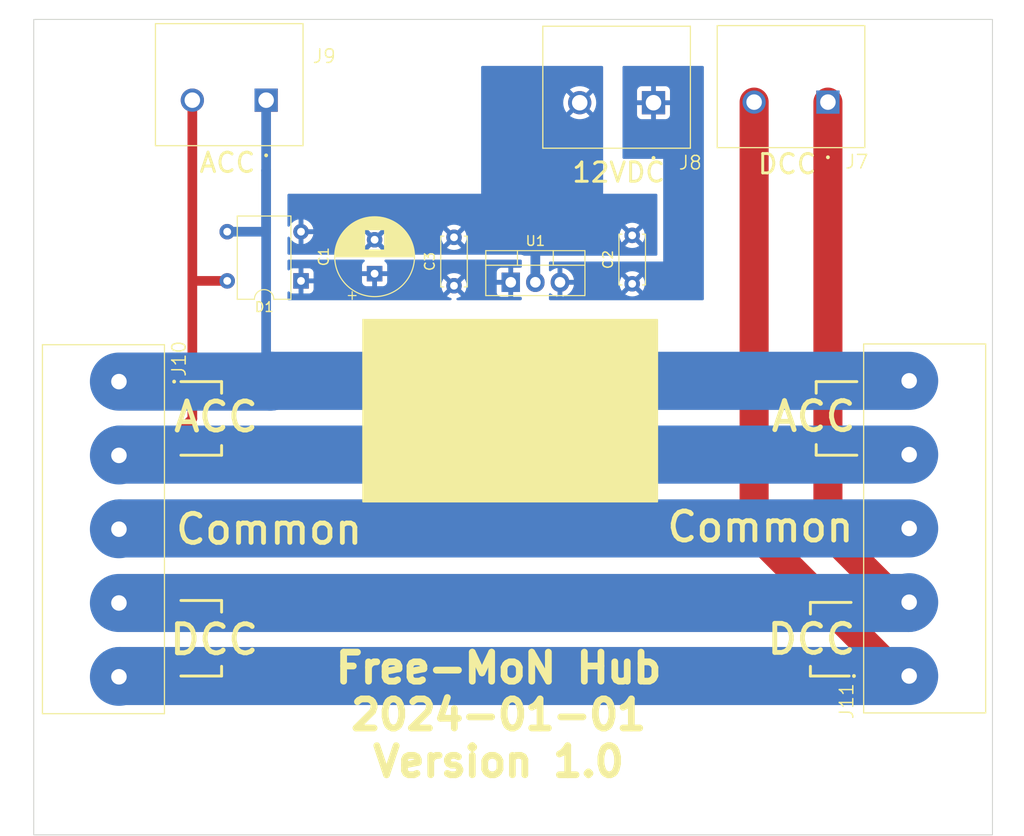
<source format=kicad_pcb>
(kicad_pcb (version 20221018) (generator pcbnew)
  (title_block (title "Free-MoN Wiring Hub") (date "2024-01-01") (rev "1.0"))
  (layers (0 "F.Cu" signal) (31 "B.Cu" signal) (34 "B.Paste" user) (35 "F.Paste" user) (36 "B.SilkS" user "B.Silkscreen") (37 "F.SilkS" user "F.Silkscreen") (38 "B.Mask" user) (39 "F.Mask" user) (44 "Edge.Cuts" user))
  (net 0 "")
  (net 1 "Net-(D1--)")
  (net 2 "Net-(D1-+)")
  (net 3 "Net-(J10-Pin_4)")
  (net 4 "Net-(J10-Pin_5)")
  (net 5 "Net-(J10-Pin_1)")
  (net 6 "Net-(J10-Pin_2)")
  (net 7 "Net-(J10-Pin_3)")
  (net 8 "Net-(J8-Pin_1)")
  (footprint "MountingHole:MountingHole_4.3mm_M4" (layer "F.Cu") (at 106 56)
    (fp_text reference "REF**" hide)
    (fp_text value "MountingHole_4.3mm_M4")
    (pad "" np_thru_hole circle (at 0 0) (size 4.3 4.3) (drill 4.3) (layers "*.Cu" "*.Mask"))
  )
  (footprint "Capacitor_THT:C_Disc_D5.0mm_W2.5mm_P5.00mm" (layer "F.Cu") (at 143.4 77.3 90)
    (fp_text reference "C3" (at 2.5 -2.5 90) (layer "F.SilkS"))
    (fp_text value ".33uF")
    (fp_line (start -0.12 -1.37) (end -0.12 -1.055) (stroke (width 0.12)) (layer "F.SilkS"))
    (fp_line (start -0.12 -1.37) (end 5.12 -1.37) (stroke (width 0.12)) (layer "F.SilkS"))
    (fp_line (start -0.12 1.055) (end -0.12 1.37) (stroke (width 0.12)) (layer "F.SilkS"))
    (fp_line (start -0.12 1.37) (end 5.12 1.37) (stroke (width 0.12)) (layer "F.SilkS"))
    (fp_line (start 5.12 -1.37) (end 5.12 -1.055) (stroke (width 0.12)) (layer "F.SilkS"))
    (fp_line (start 5.12 1.055) (end 5.12 1.37) (stroke (width 0.12)) (layer "F.SilkS"))
    (pad "1" thru_hole circle (at 0 0 90) (size 1.6 1.6) (drill 0.8) (layers "*.Cu" "*.Mask") (net 2 "Net-(D1-+)"))
    (pad "2" thru_hole circle (at 5 0 90) (size 1.6 1.6) (drill 0.8) (layers "*.Cu" "*.Mask") (net 1 "Net-(D1--)"))
  )
  (footprint "Imports:CUI_TB005-762-02BE" (layer "F.Cu") (at 164 58.4 180)
    (fp_text reference "J8" (at -3.8 -6.2) (layer "F.SilkS") (effects (font (size 1.4 1.4))))
    (fp_text value "Screw_Terminal_01x02")
    (fp_text user "${Label}" (at 3.6 -7.2) (layer "F.SilkS") (effects (font (size 2 2) (thickness 0.3))))
    (fp_line (start -3.81 -4.7) (end 11.43 -4.7) (stroke (width 0.127)) (layer "F.SilkS"))
    (fp_line (start -3.81 7.9) (end -3.81 -4.7) (stroke (width 0.127)) (layer "F.SilkS"))
    (fp_line (start 11.43 -4.7) (end 11.43 7.9) (stroke (width 0.127)) (layer "F.SilkS"))
    (fp_line (start 11.43 7.9) (end -3.81 7.9) (stroke (width 0.127)) (layer "F.SilkS"))
    (fp_circle (center 0 -5.7) (end 0.1 -5.7) (stroke (width 0.2)) (fill none) (layer "F.SilkS"))
    (pad "1" thru_hole rect (at 0 0 180) (size 2.4 2.4) (drill 1.6) (layers "*.Cu" "*.Mask") (net 8 "Net-(J8-Pin_1)"))
    (pad "2" thru_hole circle (at 7.62 0 180) (size 2.4 2.4) (drill 1.6) (layers "*.Cu" "*.Mask") (net 1 "Net-(D1--)"))
  )
  (footprint "Imports:CUI_TB005-762-02BE" (layer "F.Cu") (at 124 58.1375 180)
    (fp_text reference "J9" (at -6 4.5375) (layer "F.SilkS") (effects (font (size 1.4 1.4))))
    (fp_text value "Screw_Terminal_01x02")
    (fp_text user "${Label}" (at 4 -6.4625) (layer "F.SilkS") (effects (font (size 2 2) (thickness 0.3))))
    (fp_line (start -3.81 -4.7) (end 11.43 -4.7) (stroke (width 0.127)) (layer "F.SilkS"))
    (fp_line (start -3.81 7.9) (end -3.81 -4.7) (stroke (width 0.127)) (layer "F.SilkS"))
    (fp_line (start 11.43 -4.7) (end 11.43 7.9) (stroke (width 0.127)) (layer "F.SilkS"))
    (fp_line (start 11.43 7.9) (end -3.81 7.9) (stroke (width 0.127)) (layer "F.SilkS"))
    (fp_circle (center 0 -5.7) (end 0.1 -5.7) (stroke (width 0.2)) (fill none) (layer "F.SilkS"))
    (pad "1" thru_hole rect (at 0 0 180) (size 2.4 2.4) (drill 1.6) (layers "*.Cu" "*.Mask") (net 5 "Net-(J10-Pin_1)"))
    (pad "2" thru_hole circle (at 7.62 0 180) (size 2.4 2.4) (drill 1.6) (layers "*.Cu" "*.Mask") (net 6 "Net-(J10-Pin_2)"))
  )
  (footprint "Imports:CUI_TB005-762-05BE" (layer "F.Cu") (at 190.4 117.6 90)
    (fp_text reference "J11" (at -2.6 -6.4625 90) (layer "F.SilkS") (effects (font (size 1.4 1.4))))
    (fp_text value "Screw_Terminal_01x05")
    (fp_text user "ACC" (at 26.8 -5.2625 unlocked) (layer "F.SilkS") (effects (font (size 3 3) (thickness 0.5)) (justify right)))
    (fp_text user "DCC" (at 3.8 -5.2625 unlocked) (layer "F.SilkS") (effects (font (size 3 3) (thickness 0.5)) (justify right)))
    (fp_text user "Common" (at 15.4 -5.4625 unlocked) (layer "F.SilkS") (effects (font (size 3 3) (thickness 0.5)) (justify right)))
    (fp_line (start -3.81 -4.7) (end 34.29 -4.7) (stroke (width 0.127)) (layer "F.SilkS"))
    (fp_line (start -3.81 7.9) (end -3.81 -4.7) (stroke (width 0.127)) (layer "F.SilkS"))
    (fp_line (start 34.29 -4.7) (end 34.29 7.9) (stroke (width 0.127)) (layer "F.SilkS"))
    (fp_line (start 34.29 7.9) (end -3.81 7.9) (stroke (width 0.127)) (layer "F.SilkS"))
    (fp_circle (center 0 -5.7) (end 0.1 -5.7) (stroke (width 0.2)) (fill none) (layer "F.SilkS"))
    (pad "1" thru_hole rect (at 0 0 90) (size 2.4 2.4) (drill 1.6) (layers "*.Cu" "*.Mask") (net 4 "Net-(J10-Pin_5)"))
    (pad "2" thru_hole circle (at 7.62 0 90) (size 2.4 2.4) (drill 1.6) (layers "*.Cu" "*.Mask") (net 3 "Net-(J10-Pin_4)"))
    (pad "3" thru_hole circle (at 15.24 0 90) (size 2.4 2.4) (drill 1.6) (layers "*.Cu" "*.Mask") (net 7 "Net-(J10-Pin_3)"))
    (pad "4" thru_hole circle (at 22.86 0 90) (size 2.4 2.4) (drill 1.6) (layers "*.Cu" "*.Mask") (net 6 "Net-(J10-Pin_2)"))
    (pad "5" thru_hole circle (at 30.48 0 90) (size 2.4 2.4) (drill 1.6) (layers "*.Cu" "*.Mask") (net 5 "Net-(J10-Pin_1)"))
  )
  (footprint "Package_TO_SOT_THT:TO-220-3_Vertical" (layer "F.Cu") (at 149.26 76.945)
    (fp_text reference "U1" (at 2.54 -4.27) (layer "F.SilkS"))
    (fp_text value "L7812")
    (fp_line (start -2.58 -3.27) (end -2.58 1.371) (stroke (width 0.12)) (layer "F.SilkS"))
    (fp_line (start -2.58 -3.27) (end 7.66 -3.27) (stroke (width 0.12)) (layer "F.SilkS"))
    (fp_line (start -2.58 -1.76) (end 7.66 -1.76) (stroke (width 0.12)) (layer "F.SilkS"))
    (fp_line (start -2.58 1.371) (end 7.66 1.371) (stroke (width 0.12)) (layer "F.SilkS"))
    (fp_line (start 0.69 -3.27) (end 0.69 -1.76) (stroke (width 0.12)) (layer "F.SilkS"))
    (fp_line (start 4.391 -3.27) (end 4.391 -1.76) (stroke (width 0.12)) (layer "F.SilkS"))
    (fp_line (start 7.66 -3.27) (end 7.66 1.371) (stroke (width 0.12)) (layer "F.SilkS"))
    (pad "1" thru_hole rect (at 0 0) (size 1.905 2) (drill 1.1) (layers "*.Cu" "*.Mask") (net 2 "Net-(D1-+)"))
    (pad "2" thru_hole oval (at 2.54 0) (size 1.905 2) (drill 1.1) (layers "*.Cu" "*.Mask") (net 1 "Net-(D1--)"))
    (pad "3" thru_hole oval (at 5.08 0) (size 1.905 2) (drill 1.1) (layers "*.Cu" "*.Mask") (net 8 "Net-(J8-Pin_1)"))
  )
  (footprint "Capacitor_THT:CP_Radial_D8.0mm_P3.50mm" (layer "F.Cu") (at 135.2 76.052651 90)
    (fp_text reference "C1" (at 1.75 -5.25 90) (layer "F.SilkS"))
    (fp_text value "100uF")
    (fp_line (start -2.659698 -2.315) (end -1.859698 -2.315) (stroke (width 0.12)) (layer "F.SilkS"))
    (fp_line (start -2.259698 -2.715) (end -2.259698 -1.915) (stroke (width 0.12)) (layer "F.SilkS"))
    (fp_line (start 1.75 -4.08) (end 1.75 4.08) (stroke (width 0.12)) (layer "F.SilkS"))
    (fp_line (start 1.79 -4.08) (end 1.79 4.08) (stroke (width 0.12)) (layer "F.SilkS"))
    (fp_line (start 1.83 -4.08) (end 1.83 4.08) (stroke (width 0.12)) (layer "F.SilkS"))
    (fp_line (start 1.87 -4.079) (end 1.87 4.079) (stroke (width 0.12)) (layer "F.SilkS"))
    (fp_line (start 1.91 -4.077) (end 1.91 4.077) (stroke (width 0.12)) (layer "F.SilkS"))
    (fp_line (start 1.95 -4.076) (end 1.95 4.076) (stroke (width 0.12)) (layer "F.SilkS"))
    (fp_line (start 1.99 -4.074) (end 1.99 4.074) (stroke (width 0.12)) (layer "F.SilkS"))
    (fp_line (start 2.03 -4.071) (end 2.03 4.071) (stroke (width 0.12)) (layer "F.SilkS"))
    (fp_line (start 2.07 -4.068) (end 2.07 4.068) (stroke (width 0.12)) (layer "F.SilkS"))
    (fp_line (start 2.11 -4.065) (end 2.11 4.065) (stroke (width 0.12)) (layer "F.SilkS"))
    (fp_line (start 2.15 -4.061) (end 2.15 4.061) (stroke (width 0.12)) (layer "F.SilkS"))
    (fp_line (start 2.19 -4.057) (end 2.19 4.057) (stroke (width 0.12)) (layer "F.SilkS"))
    (fp_line (start 2.23 -4.052) (end 2.23 4.052) (stroke (width 0.12)) (layer "F.SilkS"))
    (fp_line (start 2.27 -4.048) (end 2.27 4.048) (stroke (width 0.12)) (layer "F.SilkS"))
    (fp_line (start 2.31 -4.042) (end 2.31 4.042) (stroke (width 0.12)) (layer "F.SilkS"))
    (fp_line (start 2.35 -4.037) (end 2.35 4.037) (stroke (width 0.12)) (layer "F.SilkS"))
    (fp_line (start 2.39 -4.03) (end 2.39 4.03) (stroke (width 0.12)) (layer "F.SilkS"))
    (fp_line (start 2.43 -4.024) (end 2.43 4.024) (stroke (width 0.12)) (layer "F.SilkS"))
    (fp_line (start 2.471 -4.017) (end 2.471 -1.04) (stroke (width 0.12)) (layer "F.SilkS"))
    (fp_line (start 2.471 1.04) (end 2.471 4.017) (stroke (width 0.12)) (layer "F.SilkS"))
    (fp_line (start 2.511 -4.01) (end 2.511 -1.04) (stroke (width 0.12)) (layer "F.SilkS"))
    (fp_line (start 2.511 1.04) (end 2.511 4.01) (stroke (width 0.12)) (layer "F.SilkS"))
    (fp_line (start 2.551 -4.002) (end 2.551 -1.04) (stroke (width 0.12)) (layer "F.SilkS"))
    (fp_line (start 2.551 1.04) (end 2.551 4.002) (stroke (width 0.12)) (layer "F.SilkS"))
    (fp_line (start 2.591 -3.994) (end 2.591 -1.04) (stroke (width 0.12)) (layer "F.SilkS"))
    (fp_line (start 2.591 1.04) (end 2.591 3.994) (stroke (width 0.12)) (layer "F.SilkS"))
    (fp_line (start 2.631 -3.985) (end 2.631 -1.04) (stroke (width 0.12)) (layer "F.SilkS"))
    (fp_line (start 2.631 1.04) (end 2.631 3.985) (stroke (width 0.12)) (layer "F.SilkS"))
    (fp_line (start 2.671 -3.976) (end 2.671 -1.04) (stroke (width 0.12)) (layer "F.SilkS"))
    (fp_line (start 2.671 1.04) (end 2.671 3.976) (stroke (width 0.12)) (layer "F.SilkS"))
    (fp_line (start 2.711 -3.967) (end 2.711 -1.04) (stroke (width 0.12)) (layer "F.SilkS"))
    (fp_line (start 2.711 1.04) (end 2.711 3.967) (stroke (width 0.12)) (layer "F.SilkS"))
    (fp_line (start 2.751 -3.957) (end 2.751 -1.04) (stroke (width 0.12)) (layer "F.SilkS"))
    (fp_line (start 2.751 1.04) (end 2.751 3.957) (stroke (width 0.12)) (layer "F.SilkS"))
    (fp_line (start 2.791 -3.947) (end 2.791 -1.04) (stroke (width 0.12)) (layer "F.SilkS"))
    (fp_line (start 2.791 1.04) (end 2.791 3.947) (stroke (width 0.12)) (layer "F.SilkS"))
    (fp_line (start 2.831 -3.936) (end 2.831 -1.04) (stroke (width 0.12)) (layer "F.SilkS"))
    (fp_line (start 2.831 1.04) (end 2.831 3.936) (stroke (width 0.12)) (layer "F.SilkS"))
    (fp_line (start 2.871 -3.925) (end 2.871 -1.04) (stroke (width 0.12)) (layer "F.SilkS"))
    (fp_line (start 2.871 1.04) (end 2.871 3.925) (stroke (width 0.12)) (layer "F.SilkS"))
    (fp_line (start 2.911 -3.914) (end 2.911 -1.04) (stroke (width 0.12)) (layer "F.SilkS"))
    (fp_line (start 2.911 1.04) (end 2.911 3.914) (stroke (width 0.12)) (layer "F.SilkS"))
    (fp_line (start 2.951 -3.902) (end 2.951 -1.04) (stroke (width 0.12)) (layer "F.SilkS"))
    (fp_line (start 2.951 1.04) (end 2.951 3.902) (stroke (width 0.12)) (layer "F.SilkS"))
    (fp_line (start 2.991 -3.889) (end 2.991 -1.04) (stroke (width 0.12)) (layer "F.SilkS"))
    (fp_line (start 2.991 1.04) (end 2.991 3.889) (stroke (width 0.12)) (layer "F.SilkS"))
    (fp_line (start 3.031 -3.877) (end 3.031 -1.04) (stroke (width 0.12)) (layer "F.SilkS"))
    (fp_line (start 3.031 1.04) (end 3.031 3.877) (stroke (width 0.12)) (layer "F.SilkS"))
    (fp_line (start 3.071 -3.863) (end 3.071 -1.04) (stroke (width 0.12)) (layer "F.SilkS"))
    (fp_line (start 3.071 1.04) (end 3.071 3.863) (stroke (width 0.12)) (layer "F.SilkS"))
    (fp_line (start 3.111 -3.85) (end 3.111 -1.04) (stroke (width 0.12)) (layer "F.SilkS"))
    (fp_line (start 3.111 1.04) (end 3.111 3.85) (stroke (width 0.12)) (layer "F.SilkS"))
    (fp_line (start 3.151 -3.835) (end 3.151 -1.04) (stroke (width 0.12)) (layer "F.SilkS"))
    (fp_line (start 3.151 1.04) (end 3.151 3.835) (stroke (width 0.12)) (layer "F.SilkS"))
    (fp_line (start 3.191 -3.821) (end 3.191 -1.04) (stroke (width 0.12)) (layer "F.SilkS"))
    (fp_line (start 3.191 1.04) (end 3.191 3.821) (stroke (width 0.12)) (layer "F.SilkS"))
    (fp_line (start 3.231 -3.805) (end 3.231 -1.04) (stroke (width 0.12)) (layer "F.SilkS"))
    (fp_line (start 3.231 1.04) (end 3.231 3.805) (stroke (width 0.12)) (layer "F.SilkS"))
    (fp_line (start 3.271 -3.79) (end 3.271 -1.04) (stroke (width 0.12)) (layer "F.SilkS"))
    (fp_line (start 3.271 1.04) (end 3.271 3.79) (stroke (width 0.12)) (layer "F.SilkS"))
    (fp_line (start 3.311 -3.774) (end 3.311 -1.04) (stroke (width 0.12)) (layer "F.SilkS"))
    (fp_line (start 3.311 1.04) (end 3.311 3.774) (stroke (width 0.12)) (layer "F.SilkS"))
    (fp_line (start 3.351 -3.757) (end 3.351 -1.04) (stroke (width 0.12)) (layer "F.SilkS"))
    (fp_line (start 3.351 1.04) (end 3.351 3.757) (stroke (width 0.12)) (layer "F.SilkS"))
    (fp_line (start 3.391 -3.74) (end 3.391 -1.04) (stroke (width 0.12)) (layer "F.SilkS"))
    (fp_line (start 3.391 1.04) (end 3.391 3.74) (stroke (width 0.12)) (layer "F.SilkS"))
    (fp_line (start 3.431 -3.722) (end 3.431 -1.04) (stroke (width 0.12)) (layer "F.SilkS"))
    (fp_line (start 3.431 1.04) (end 3.431 3.722) (stroke (width 0.12)) (layer "F.SilkS"))
    (fp_line (start 3.471 -3.704) (end 3.471 -1.04) (stroke (width 0.12)) (layer "F.SilkS"))
    (fp_line (start 3.471 1.04) (end 3.471 3.704) (stroke (width 0.12)) (layer "F.SilkS"))
    (fp_line (start 3.511 -3.686) (end 3.511 -1.04) (stroke (width 0.12)) (layer "F.SilkS"))
    (fp_line (start 3.511 1.04) (end 3.511 3.686) (stroke (width 0.12)) (layer "F.SilkS"))
    (fp_line (start 3.551 -3.666) (end 3.551 -1.04) (stroke (width 0.12)) (layer "F.SilkS"))
    (fp_line (start 3.551 1.04) (end 3.551 3.666) (stroke (width 0.12)) (layer "F.SilkS"))
    (fp_line (start 3.591 -3.647) (end 3.591 -1.04) (stroke (width 0.12)) (layer "F.SilkS"))
    (fp_line (start 3.591 1.04) (end 3.591 3.647) (stroke (width 0.12)) (layer "F.SilkS"))
    (fp_line (start 3.631 -3.627) (end 3.631 -1.04) (stroke (width 0.12)) (layer "F.SilkS"))
    (fp_line (start 3.631 1.04) (end 3.631 3.627) (stroke (width 0.12)) (layer "F.SilkS"))
    (fp_line (start 3.671 -3.606) (end 3.671 -1.04) (stroke (width 0.12)) (layer "F.SilkS"))
    (fp_line (start 3.671 1.04) (end 3.671 3.606) (stroke (width 0.12)) (layer "F.SilkS"))
    (fp_line (start 3.711 -3.584) (end 3.711 -1.04) (stroke (width 0.12)) (layer "F.SilkS"))
    (fp_line (start 3.711 1.04) (end 3.711 3.584) (stroke (width 0.12)) (layer "F.SilkS"))
    (fp_line (start 3.751 -3.562) (end 3.751 -1.04) (stroke (width 0.12)) (layer "F.SilkS"))
    (fp_line (start 3.751 1.04) (end 3.751 3.562) (stroke (width 0.12)) (layer "F.SilkS"))
    (fp_line (start 3.791 -3.54) (end 3.791 -1.04) (stroke (width 0.12)) (layer "F.SilkS"))
    (fp_line (start 3.791 1.04) (end 3.791 3.54) (stroke (width 0.12)) (layer "F.SilkS"))
    (fp_line (start 3.831 -3.517) (end 3.831 -1.04) (stroke (width 0.12)) (layer "F.SilkS"))
    (fp_line (start 3.831 1.04) (end 3.831 3.517) (stroke (width 0.12)) (layer "F.SilkS"))
    (fp_line (start 3.871 -3.493) (end 3.871 -1.04) (stroke (width 0.12)) (layer "F.SilkS"))
    (fp_line (start 3.871 1.04) (end 3.871 3.493) (stroke (width 0.12)) (layer "F.SilkS"))
    (fp_line (start 3.911 -3.469) (end 3.911 -1.04) (stroke (width 0.12)) (layer "F.SilkS"))
    (fp_line (start 3.911 1.04) (end 3.911 3.469) (stroke (width 0.12)) (layer "F.SilkS"))
    (fp_line (start 3.951 -3.444) (end 3.951 -1.04) (stroke (width 0.12)) (layer "F.SilkS"))
    (fp_line (start 3.951 1.04) (end 3.951 3.444) (stroke (width 0.12)) (layer "F.SilkS"))
    (fp_line (start 3.991 -3.418) (end 3.991 -1.04) (stroke (width 0.12)) (layer "F.SilkS"))
    (fp_line (start 3.991 1.04) (end 3.991 3.418) (stroke (width 0.12)) (layer "F.SilkS"))
    (fp_line (start 4.031 -3.392) (end 4.031 -1.04) (stroke (width 0.12)) (layer "F.SilkS"))
    (fp_line (start 4.031 1.04) (end 4.031 3.392) (stroke (width 0.12)) (layer "F.SilkS"))
    (fp_line (start 4.071 -3.365) (end 4.071 -1.04) (stroke (width 0.12)) (layer "F.SilkS"))
    (fp_line (start 4.071 1.04) (end 4.071 3.365) (stroke (width 0.12)) (layer "F.SilkS"))
    (fp_line (start 4.111 -3.338) (end 4.111 -1.04) (stroke (width 0.12)) (layer "F.SilkS"))
    (fp_line (start 4.111 1.04) (end 4.111 3.338) (stroke (width 0.12)) (layer "F.SilkS"))
    (fp_line (start 4.151 -3.309) (end 4.151 -1.04) (stroke (width 0.12)) (layer "F.SilkS"))
    (fp_line (start 4.151 1.04) (end 4.151 3.309) (stroke (width 0.12)) (layer "F.SilkS"))
    (fp_line (start 4.191 -3.28) (end 4.191 -1.04) (stroke (width 0.12)) (layer "F.SilkS"))
    (fp_line (start 4.191 1.04) (end 4.191 3.28) (stroke (width 0.12)) (layer "F.SilkS"))
    (fp_line (start 4.231 -3.25) (end 4.231 -1.04) (stroke (width 0.12)) (layer "F.SilkS"))
    (fp_line (start 4.231 1.04) (end 4.231 3.25) (stroke (width 0.12)) (layer "F.SilkS"))
    (fp_line (start 4.271 -3.22) (end 4.271 -1.04) (stroke (width 0.12)) (layer "F.SilkS"))
    (fp_line (start 4.271 1.04) (end 4.271 3.22) (stroke (width 0.12)) (layer "F.SilkS"))
    (fp_line (start 4.311 -3.189) (end 4.311 -1.04) (stroke (width 0.12)) (layer "F.SilkS"))
    (fp_line (start 4.311 1.04) (end 4.311 3.189) (stroke (width 0.12)) (layer "F.SilkS"))
    (fp_line (start 4.351 -3.156) (end 4.351 -1.04) (stroke (width 0.12)) (layer "F.SilkS"))
    (fp_line (start 4.351 1.04) (end 4.351 3.156) (stroke (width 0.12)) (layer "F.SilkS"))
    (fp_line (start 4.391 -3.124) (end 4.391 -1.04) (stroke (width 0.12)) (layer "F.SilkS"))
    (fp_line (start 4.391 1.04) (end 4.391 3.124) (stroke (width 0.12)) (layer "F.SilkS"))
    (fp_line (start 4.431 -3.09) (end 4.431 -1.04) (stroke (width 0.12)) (layer "F.SilkS"))
    (fp_line (start 4.431 1.04) (end 4.431 3.09) (stroke (width 0.12)) (layer "F.SilkS"))
    (fp_line (start 4.471 -3.055) (end 4.471 -1.04) (stroke (width 0.12)) (layer "F.SilkS"))
    (fp_line (start 4.471 1.04) (end 4.471 3.055) (stroke (width 0.12)) (layer "F.SilkS"))
    (fp_line (start 4.511 -3.019) (end 4.511 -1.04) (stroke (width 0.12)) (layer "F.SilkS"))
    (fp_line (start 4.511 1.04) (end 4.511 3.019) (stroke (width 0.12)) (layer "F.SilkS"))
    (fp_line (start 4.551 -2.983) (end 4.551 2.983) (stroke (width 0.12)) (layer "F.SilkS"))
    (fp_line (start 4.591 -2.945) (end 4.591 2.945) (stroke (width 0.12)) (layer "F.SilkS"))
    (fp_line (start 4.631 -2.907) (end 4.631 2.907) (stroke (width 0.12)) (layer "F.SilkS"))
    (fp_line (start 4.671 -2.867) (end 4.671 2.867) (stroke (width 0.12)) (layer "F.SilkS"))
    (fp_line (start 4.711 -2.826) (end 4.711 2.826) (stroke (width 0.12)) (layer "F.SilkS"))
    (fp_line (start 4.751 -2.784) (end 4.751 2.784) (stroke (width 0.12)) (layer "F.SilkS"))
    (fp_line (start 4.791 -2.741) (end 4.791 2.741) (stroke (width 0.12)) (layer "F.SilkS"))
    (fp_line (start 4.831 -2.697) (end 4.831 2.697) (stroke (width 0.12)) (layer "F.SilkS"))
    (fp_line (start 4.871 -2.651) (end 4.871 2.651) (stroke (width 0.12)) (layer "F.SilkS"))
    (fp_line (start 4.911 -2.604) (end 4.911 2.604) (stroke (width 0.12)) (layer "F.SilkS"))
    (fp_line (start 4.951 -2.556) (end 4.951 2.556) (stroke (width 0.12)) (layer "F.SilkS"))
    (fp_line (start 4.991 -2.505) (end 4.991 2.505) (stroke (width 0.12)) (layer "F.SilkS"))
    (fp_line (start 5.031 -2.454) (end 5.031 2.454) (stroke (width 0.12)) (layer "F.SilkS"))
    (fp_line (start 5.071 -2.4) (end 5.071 2.4) (stroke (width 0.12)) (layer "F.SilkS"))
    (fp_line (start 5.111 -2.345) (end 5.111 2.345) (stroke (width 0.12)) (layer "F.SilkS"))
    (fp_line (start 5.151 -2.287) (end 5.151 2.287) (stroke (width 0.12)) (layer "F.SilkS"))
    (fp_line (start 5.191 -2.228) (end 5.191 2.228) (stroke (width 0.12)) (layer "F.SilkS"))
    (fp_line (start 5.231 -2.166) (end 5.231 2.166) (stroke (width 0.12)) (layer "F.SilkS"))
    (fp_line (start 5.271 -2.102) (end 5.271 2.102) (stroke (width 0.12)) (layer "F.SilkS"))
    (fp_line (start 5.311 -2.034) (end 5.311 2.034) (stroke (width 0.12)) (layer "F.SilkS"))
    (fp_line (start 5.351 -1.964) (end 5.351 1.964) (stroke (width 0.12)) (layer "F.SilkS"))
    (fp_line (start 5.391 -1.89) (end 5.391 1.89) (stroke (width 0.12)) (layer "F.SilkS"))
    (fp_line (start 5.431 -1.813) (end 5.431 1.813) (stroke (width 0.12)) (layer "F.SilkS"))
    (fp_line (start 5.471 -1.731) (end 5.471 1.731) (stroke (width 0.12)) (layer "F.SilkS"))
    (fp_line (start 5.511 -1.645) (end 5.511 1.645) (stroke (width 0.12)) (layer "F.SilkS"))
    (fp_line (start 5.551 -1.552) (end 5.551 1.552) (stroke (width 0.12)) (layer "F.SilkS"))
    (fp_line (start 5.591 -1.453) (end 5.591 1.453) (stroke (width 0.12)) (layer "F.SilkS"))
    (fp_line (start 5.631 -1.346) (end 5.631 1.346) (stroke (width 0.12)) (layer "F.SilkS"))
    (fp_line (start 5.671 -1.229) (end 5.671 1.229) (stroke (width 0.12)) (layer "F.SilkS"))
    (fp_line (start 5.711 -1.098) (end 5.711 1.098) (stroke (width 0.12)) (layer "F.SilkS"))
    (fp_line (start 5.751 -0.948) (end 5.751 0.948) (stroke (width 0.12)) (layer "F.SilkS"))
    (fp_line (start 5.791 -0.768) (end 5.791 0.768) (stroke (width 0.12)) (layer "F.SilkS"))
    (fp_line (start 5.831 -0.533) (end 5.831 0.533) (stroke (width 0.12)) (layer "F.SilkS"))
    (fp_circle (center 1.75 0) (end 5.87 0) (stroke (width 0.12)) (fill none) (layer "F.SilkS"))
    (pad "1" thru_hole rect (at 0 0 90) (size 1.6 1.6) (drill 0.8) (layers "*.Cu" "*.Mask") (net 2 "Net-(D1-+)"))
    (pad "2" thru_hole circle (at 3.5 0 90) (size 1.6 1.6) (drill 0.8) (layers "*.Cu" "*.Mask") (net 1 "Net-(D1--)"))
  )
  (footprint "MountingHole:MountingHole_4.3mm_M4" (layer "F.Cu") (at 106 128)
    (fp_text reference "REF**" hide)
    (fp_text value "MountingHole_4.3mm_M4")
    (pad "" np_thru_hole circle (at 0 0) (size 4.3 4.3) (drill 4.3) (layers "*.Cu" "*.Mask"))
  )
  (footprint "MountingHole:MountingHole_4.3mm_M4" (layer "F.Cu") (at 192.8 56)
    (fp_text reference "REF**" hide)
    (fp_text value "MountingHole_4.3mm_M4")
    (pad "" np_thru_hole circle (at 0 0) (size 4.3 4.3) (drill 4.3) (layers "*.Cu" "*.Mask"))
  )
  (footprint "Diode_THT:Diode_Bridge_DIP-4_W7.62mm_P5.08mm" (layer "F.Cu") (at 127.6 76.8 180)
    (fp_text reference "D1" (at 3.8 -2.7 180) (layer "F.SilkS"))
    (fp_text value "DF02M")
    (fp_line (start 1.04 -1.9) (end 1.04 6.7) (stroke (width 0.12)) (layer "F.SilkS"))
    (fp_line (start 1.04 6.7) (end 6.58 6.7) (stroke (width 0.12)) (layer "F.SilkS"))
    (fp_line (start 2.81 -1.9) (end 1.04 -1.9) (stroke (width 0.12)) (layer "F.SilkS"))
    (fp_line (start 6.58 -1.9) (end 4.81 -1.9) (stroke (width 0.12)) (layer "F.SilkS"))
    (fp_line (start 6.58 6.7) (end 6.58 -1.9) (stroke (width 0.12)) (layer "F.SilkS"))
    (fp_arc (start 4.81 -1.9) (mid 3.81 -0.9) (end 2.81 -1.9) (stroke (width 0.12)) (layer "F.SilkS"))
    (pad "1" thru_hole rect (at 0 0 180) (size 1.6 1.6) (drill 0.8) (layers "*.Cu" "*.Mask") (net 2 "Net-(D1-+)"))
    (pad "2" thru_hole oval (at 0 5.08 180) (size 1.6 1.6) (drill 0.8) (layers "*.Cu" "*.Mask") (net 1 "Net-(D1--)"))
    (pad "3" thru_hole oval (at 7.62 5.08 180) (size 1.6 1.6) (drill 0.8) (layers "*.Cu" "*.Mask") (net 5 "Net-(J10-Pin_1)"))
    (pad "4" thru_hole oval (at 7.62 0 180) (size 1.6 1.6) (drill 0.8) (layers "*.Cu" "*.Mask") (net 6 "Net-(J10-Pin_2)"))
  )
  (footprint "Imports:CUI_TB005-762-05BE" (layer "F.Cu") (at 108.8 87.2 -90)
    (fp_text reference "J10" (at -2.36 -6.2 90) (layer "F.SilkS") (effects (font (size 1.4 1.4))))
    (fp_text value "Screw_Terminal_01x05")
    (fp_text user "Common" (at 15.24 -5.6 unlocked) (layer "F.SilkS") (effects (font (size 3 3) (thickness 0.5)) (justify left)))
    (fp_text user "DCC" (at 26.64 -5 unlocked) (layer "F.SilkS") (effects (font (size 3 3) (thickness 0.5)) (justify left)))
    (fp_text user "ACC" (at 3.64 -5.4 unlocked) (layer "F.SilkS") (effects (font (size 3 3) (thickness 0.5)) (justify left)))
    (fp_line (start -3.81 -4.7) (end 34.29 -4.7) (stroke (width 0.127)) (layer "F.SilkS"))
    (fp_line (start -3.81 7.9) (end -3.81 -4.7) (stroke (width 0.127)) (layer "F.SilkS"))
    (fp_line (start 34.29 -4.7) (end 34.29 7.9) (stroke (width 0.127)) (layer "F.SilkS"))
    (fp_line (start 34.29 7.9) (end -3.81 7.9) (stroke (width 0.127)) (layer "F.SilkS"))
    (fp_circle (center 0 -5.7) (end 0.1 -5.7) (stroke (width 0.2)) (fill none) (layer "F.SilkS"))
    (pad "1" thru_hole rect (at 0 0 270) (size 2.4 2.4) (drill 1.6) (layers "*.Cu" "*.Mask") (net 5 "Net-(J10-Pin_1)"))
    (pad "2" thru_hole circle (at 7.62 0 270) (size 2.4 2.4) (drill 1.6) (layers "*.Cu" "*.Mask") (net 6 "Net-(J10-Pin_2)"))
    (pad "3" thru_hole circle (at 15.24 0 270) (size 2.4 2.4) (drill 1.6) (layers "*.Cu" "*.Mask") (net 7 "Net-(J10-Pin_3)"))
    (pad "4" thru_hole circle (at 22.86 0 270) (size 2.4 2.4) (drill 1.6) (layers "*.Cu" "*.Mask") (net 3 "Net-(J10-Pin_4)"))
    (pad "5" thru_hole circle (at 30.48 0 270) (size 2.4 2.4) (drill 1.6) (layers "*.Cu" "*.Mask") (net 4 "Net-(J10-Pin_5)"))
  )
  (footprint "MountingHole:MountingHole_4.3mm_M4" (layer "F.Cu") (at 192.8 127.8)
    (fp_text reference "REF**" hide)
    (fp_text value "MountingHole_4.3mm_M4")
    (pad "" np_thru_hole circle (at 0 0) (size 4.3 4.3) (drill 4.3) (layers "*.Cu" "*.Mask"))
  )
  (footprint "Capacitor_THT:C_Disc_D5.0mm_W2.5mm_P5.00mm" (layer "F.Cu") (at 161.8 77.1 90)
    (fp_text reference "C2" (at 2.5 -2.5 90) (layer "F.SilkS"))
    (fp_text value ".1uF")
    (fp_line (start -0.12 -1.37) (end -0.12 -1.055) (stroke (width 0.12)) (layer "F.SilkS"))
    (fp_line (start -0.12 -1.37) (end 5.12 -1.37) (stroke (width 0.12)) (layer "F.SilkS"))
    (fp_line (start -0.12 1.055) (end -0.12 1.37) (stroke (width 0.12)) (layer "F.SilkS"))
    (fp_line (start -0.12 1.37) (end 5.12 1.37) (stroke (width 0.12)) (layer "F.SilkS"))
    (fp_line (start 5.12 -1.37) (end 5.12 -1.055) (stroke (width 0.12)) (layer "F.SilkS"))
    (fp_line (start 5.12 1.055) (end 5.12 1.37) (stroke (width 0.12)) (layer "F.SilkS"))
    (pad "1" thru_hole circle (at 0 0 90) (size 1.6 1.6) (drill 0.8) (layers "*.Cu" "*.Mask") (net 8 "Net-(J8-Pin_1)"))
    (pad "2" thru_hole circle (at 5 0 90) (size 1.6 1.6) (drill 0.8) (layers "*.Cu" "*.Mask") (net 1 "Net-(D1--)"))
  )
  (footprint "Imports:CUI_TB005-762-02BE" (layer "F.Cu") (at 182.01 58.3375 180)
    (fp_text reference "J7" (at -2.99 -6.16) (layer "F.SilkS") (effects (font (size 1.4 1.4))))
    (fp_text value "Screw_Terminal_01x02")
    (fp_text user "${Label}" (at 4.21 -6.4) (layer "F.SilkS") (effects (font (size 2 2) (thickness 0.3))))
    (fp_line (start -3.81 -4.7) (end 11.43 -4.7) (stroke (width 0.127)) (layer "F.SilkS"))
    (fp_line (start -3.81 7.9) (end -3.81 -4.7) (stroke (width 0.127)) (layer "F.SilkS"))
    (fp_line (start 11.43 -4.7) (end 11.43 7.9) (stroke (width 0.127)) (layer "F.SilkS"))
    (fp_line (start 11.43 7.9) (end -3.81 7.9) (stroke (width 0.127)) (layer "F.SilkS"))
    (fp_circle (center 0 -5.7) (end 0.1 -5.7) (stroke (width 0.2)) (fill none) (layer "F.SilkS"))
    (pad "1" thru_hole rect (at 0 0 180) (size 2.4 2.4) (drill 1.6) (layers "*.Cu" "*.Mask") (net 3 "Net-(J10-Pin_4)"))
    (pad "2" thru_hole circle (at 7.62 0 180) (size 2.4 2.4) (drill 1.6) (layers "*.Cu" "*.Mask") (net 4 "Net-(J10-Pin_5)"))
  )
  (gr_line (start 180.2 110) (end 180.2 111.2) (stroke (width 0.3)) (layer "F.SilkS"))
  (gr_line (start 119.4 87.2) (end 119.4 88.4) (stroke (width 0.3)) (layer "F.SilkS"))
  (gr_line (start 119.4 94.8) (end 119.4 93.8) (stroke (width 0.3)) (layer "F.SilkS"))
  (gr_line (start 185 87.2) (end 180.8 87.2) (stroke (width 0.3)) (layer "F.SilkS"))
  (gr_line (start 185 94.8) (end 180.8 94.8) (stroke (width 0.3)) (layer "F.SilkS"))
  (gr_line (start 119.4 117.6) (end 119.4 116.6) (stroke (width 0.3)) (layer "F.SilkS"))
  (gr_line (start 180.2 117.6) (end 180.2 116.6) (stroke (width 0.3)) (layer "F.SilkS"))
  (gr_line (start 184.2 117.6) (end 180.2 117.6) (stroke (width 0.3)) (layer "F.SilkS"))
  (gr_line (start 115.2 87.2) (end 119.4 87.2) (stroke (width 0.3)) (layer "F.SilkS"))
  (gr_line (start 115.2 117.6) (end 119.4 117.6) (stroke (width 0.3)) (layer "F.SilkS"))
  (gr_line (start 119.4 109.8) (end 119.4 111) (stroke (width 0.3)) (layer "F.SilkS"))
  (gr_line (start 184.4 110) (end 180.2 110) (stroke (width 0.3)) (layer "F.SilkS"))
  (gr_line (start 115.2 94.8) (end 119.4 94.8) (stroke (width 0.3)) (layer "F.SilkS"))
  (gr_line (start 180.8 87.2) (end 180.8 88.4) (stroke (width 0.3)) (layer "F.SilkS"))
  (gr_line (start 115.2 109.8) (end 119.4 109.8) (stroke (width 0.3)) (layer "F.SilkS"))
  (gr_rect (start 134 80.8) (end 164.4 99.6) (stroke (width 0.15)) (fill solid) (layer "F.SilkS"))
  (gr_line (start 180.8 94.8) (end 180.8 93.7) (stroke (width 0.3)) (layer "F.SilkS"))
  (gr_rect (start 100 49.8) (end 199 134) (stroke (width 0.1)) (fill none) (layer "Edge.Cuts"))
  (gr_text "Free-MoN Hub\n${ISSUE_DATE}\nVersion ${REVISION}" (at 148 128.2) (layer "F.SilkS") (effects (font (size 3 3) (thickness 0.7) bold) (justify bottom)))
  (segment (start 151.8 76.945) (end 151.8 73.2) (width 1) (layer "B.Cu") (net 1))
  (segment (start 189.2625 109.98) (end 182.01 102.7275) (width 3) (layer "F.Cu") (net 3))
  (segment (start 182.01 102.7275) (end 182.01 58.3375) (width 3) (layer "F.Cu") (net 3))
  (segment (start 190.4 109.98) (end 189.2625 109.98) (width 3) (layer "F.Cu") (net 3))
  (segment (start 108.8 110.06) (end 190.32 110.06) (width 6) (layer "B.Cu") (net 3))
  (segment (start 190.32 110.06) (end 190.4 109.98) (width 6) (layer "B.Cu") (net 3))
  (segment (start 189.2625 117.6) (end 174.39 102.7275) (width 3) (layer "F.Cu") (net 4))
  (segment (start 174.39 102.7275) (end 174.39 58.3375) (width 3) (layer "F.Cu") (net 4))
  (segment (start 190.4 117.6) (end 189.2625 117.6) (width 3) (layer "F.Cu") (net 4))
  (segment (start 108.88 117.6) (end 108.8 117.68) (width 6) (layer "B.Cu") (net 4))
  (segment (start 190.4 117.6) (end 108.88 117.6) (width 6) (layer "B.Cu") (net 4))
  (segment (start 124.44 87.2) (end 108.8 87.2) (width 6) (layer "B.Cu") (net 5))
  (segment (start 119.98 71.72) (end 124 71.72) (width 1) (layer "B.Cu") (net 5))
  (segment (start 124 86.76) (end 124 65.4) (width 1) (layer "B.Cu") (net 5))
  (segment (start 124 71.72) (end 124 65.4) (width 1) (layer "B.Cu") (net 5))
  (segment (start 124.44 87.2) (end 124 86.76) (width 1) (layer "B.Cu") (net 5))
  (segment (start 124.44 87.2) (end 124.52 87.12) (width 6) (layer "B.Cu") (net 5))
  (segment (start 124.52 87.12) (end 190.4 87.12) (width 6) (layer "B.Cu") (net 5))
  (segment (start 124 58.1375) (end 124 65.4) (width 1) (layer "B.Cu") (net 5))
  (segment (start 116.4 76.8) (end 116.38 76.78) (width 1) (layer "F.Cu") (net 6))
  (segment (start 108.8 94.82) (end 112.58 94.82) (width 1) (layer "F.Cu") (net 6))
  (segment (start 116.38 91.02) (end 116.38 76.82) (width 1) (layer "F.Cu") (net 6))
  (segment (start 116.38 76.82) (end 116.4 76.8) (width 1) (layer "F.Cu") (net 6))
  (segment (start 119.98 76.8) (end 116.4 76.8) (width 1) (layer "F.Cu") (net 6))
  (segment (start 116.38 76.78) (end 116.38 58.1375) (width 1) (layer "F.Cu") (net 6))
  (segment (start 112.58 94.82) (end 116.38 91.02) (width 1) (layer "F.Cu") (net 6))
  (segment (start 190.4 94.74) (end 108.88 94.74) (width 6) (layer "B.Cu") (net 6))
  (segment (start 108.88 94.74) (end 108.8 94.82) (width 6) (layer "B.Cu") (net 6))
  (segment (start 190.4 102.36) (end 108.88 102.36) (width 6) (layer "B.Cu") (net 7))
  (segment (start 108.88 102.36) (end 108.8 102.44) (width 6) (layer "B.Cu") (net 7))
  (zone (net 1) (net_name "Net-(D1--)") (layer "B.Cu") (connect_pads (clearance 0.5)) (min_thickness 0.25) (fill yes (thermal_gap 0.5) (thermal_bridge_width 0.5))
    (polygon (pts (xy 126.2 74.2) (xy 164.4 74.2) (xy 164.4 67.8) (xy 158.8 67.8) (xy 158.8 54.6) (xy 146.2 54.6) (xy 146.2 67.8) (xy 126.2 67.8)))
  )
  (zone (net 8) (net_name "Net-(J8-Pin_1)") (layer "B.Cu") (priority 2) (connect_pads (clearance 0.5)) (min_thickness 0.25) (fill yes (thermal_gap 0.5) (thermal_bridge_width 0.5))
    (polygon (pts (xy 153.2 74.8) (xy 165 74.8) (xy 165 64.2) (xy 160.8 64.2) (xy 160.8 54.6) (xy 169.2 54.6) (xy 169.2 78.8) (xy 153.2 78.8)))
  )
  (zone (net 2) (net_name "Net-(D1-+)") (layer "B.Cu") (priority 1) (connect_pads (clearance 0.5)) (min_thickness 0.25) (fill yes (thermal_gap 0.5) (thermal_bridge_width 0.5))
    (polygon (pts (xy 126.2 74.6) (xy 150.4 74.6) (xy 150.4 78.8) (xy 126.2 78.8)))
  )
)
</source>
